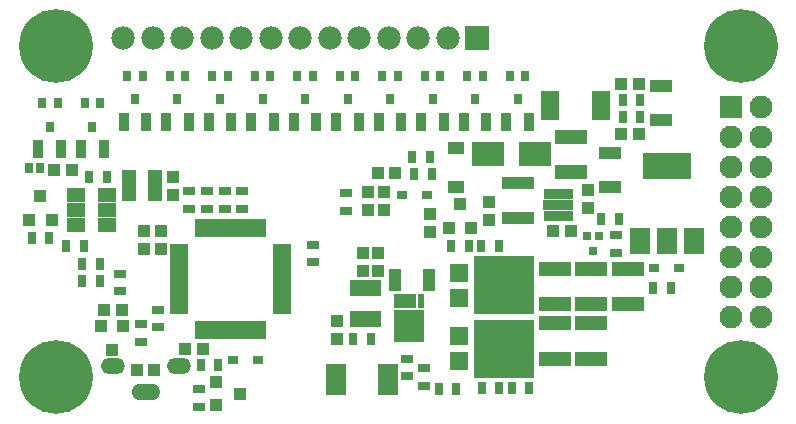
<source format=gbs>
%TF.GenerationSoftware,KiCad,Pcbnew,4.0.7*%
%TF.CreationDate,2018-05-06T22:33:30+03:00*%
%TF.ProjectId,FlexiBMS,466C657869424D532E6B696361645F70,rev?*%
%TF.FileFunction,Soldermask,Bot*%
%FSLAX46Y46*%
G04 Gerber Fmt 4.6, Leading zero omitted, Abs format (unit mm)*
G04 Created by KiCad (PCBNEW 4.0.7) date 05/06/18 22:33:30*
%MOMM*%
%LPD*%
G01*
G04 APERTURE LIST*
%ADD10C,0.100000*%
%ADD11C,6.240000*%
%ADD12R,1.990000X1.990000*%
%ADD13C,1.990000*%
%ADD14R,1.040000X0.990000*%
%ADD15R,0.990000X1.040000*%
%ADD16R,0.840000X0.690000*%
%ADD17R,1.440000X1.140000*%
%ADD18R,1.510000X1.640000*%
%ADD19R,5.040000X4.960000*%
%ADD20R,1.940000X1.140000*%
%ADD21R,2.740000X1.140000*%
%ADD22R,4.040000X2.240000*%
%ADD23R,1.740000X2.240000*%
%ADD24R,0.640000X0.750000*%
%ADD25R,1.040000X1.140000*%
%ADD26R,1.140000X1.040000*%
%ADD27R,0.690000X0.940000*%
%ADD28R,1.140000X0.740000*%
%ADD29R,0.740000X1.140000*%
%ADD30R,1.140000X1.940000*%
%ADD31R,1.540000X0.490000*%
%ADD32R,0.490000X1.540000*%
%ADD33R,0.490000X0.940000*%
%ADD34R,1.440000X0.880000*%
%ADD35R,1.640000X0.540000*%
%ADD36R,0.640000X1.460000*%
%ADD37R,1.690000X0.690000*%
%ADD38R,2.540000X2.740000*%
%ADD39R,1.880000X1.240000*%
%ADD40R,0.590000X1.240000*%
%ADD41R,0.940000X1.540000*%
%ADD42R,1.940000X1.940000*%
%ADD43O,1.940000X1.940000*%
%ADD44R,2.740000X1.240000*%
%ADD45R,2.740000X2.040000*%
%ADD46R,0.640000X0.840000*%
%ADD47R,1.300000X0.640000*%
%ADD48O,2.040000X1.340000*%
%ADD49O,2.440000X1.340000*%
%ADD50R,1.510000X1.210000*%
G04 APERTURE END LIST*
D10*
D11*
X201500000Y-81500000D03*
X201500000Y-53500000D03*
X143500000Y-81500000D03*
D12*
X179200000Y-52800000D03*
D13*
X176700000Y-52800000D03*
X174200000Y-52800000D03*
X171700000Y-52800000D03*
X169200000Y-52800000D03*
X166700000Y-52800000D03*
X164200000Y-52800000D03*
X161700000Y-52800000D03*
X159200000Y-52800000D03*
X156700000Y-52800000D03*
X154200000Y-52800000D03*
X151700000Y-52800000D03*
X149200000Y-52800000D03*
D14*
X151850000Y-80900000D03*
X150350000Y-80900000D03*
X147600000Y-75800000D03*
X149100000Y-75800000D03*
X155950000Y-79100000D03*
X154450000Y-79100000D03*
D15*
X152400000Y-70650000D03*
X152400000Y-69150000D03*
X151000000Y-70650000D03*
X151000000Y-69150000D03*
X171300000Y-65850000D03*
X171300000Y-67350000D03*
X169900000Y-65850000D03*
X169900000Y-67350000D03*
D14*
X172250000Y-64200000D03*
X170750000Y-64200000D03*
D15*
X188550000Y-67150000D03*
X188550000Y-65650000D03*
D14*
X185600000Y-69100000D03*
X187100000Y-69100000D03*
X191350000Y-56650000D03*
X192850000Y-56650000D03*
X192850000Y-60900000D03*
X191350000Y-60900000D03*
D15*
X167300000Y-78250000D03*
X167300000Y-76750000D03*
X169500000Y-71000000D03*
X169500000Y-72500000D03*
X170800000Y-71000000D03*
X170800000Y-72500000D03*
D16*
X194150000Y-72250000D03*
X196250000Y-72250000D03*
D17*
X177400000Y-62150000D03*
X177400000Y-65450000D03*
D18*
X177650000Y-78060000D03*
D19*
X181450000Y-79100000D03*
D18*
X177650000Y-80140000D03*
X177650000Y-72710000D03*
D19*
X181450000Y-73750000D03*
D18*
X177650000Y-74790000D03*
D20*
X190400000Y-65400000D03*
X190400000Y-62500000D03*
D21*
X182650000Y-68000000D03*
X182650000Y-65100000D03*
D22*
X195250000Y-63650000D03*
D23*
X195250000Y-69950000D03*
X192950000Y-69950000D03*
X197550000Y-69950000D03*
D24*
X188500000Y-69550000D03*
X189500000Y-69550000D03*
X189000000Y-70850000D03*
D25*
X143150000Y-68200000D03*
X141250000Y-68200000D03*
X142200000Y-66200000D03*
D26*
X157100000Y-83850000D03*
X157100000Y-81950000D03*
X159100000Y-82900000D03*
D27*
X181950000Y-56000000D03*
X183250000Y-56000000D03*
X182600000Y-58000000D03*
X178350000Y-56000000D03*
X179650000Y-56000000D03*
X179000000Y-58000000D03*
X174750000Y-56000000D03*
X176050000Y-56000000D03*
X175400000Y-58000000D03*
X171150000Y-56000000D03*
X172450000Y-56000000D03*
X171800000Y-58000000D03*
X167550000Y-56000000D03*
X168850000Y-56000000D03*
X168200000Y-58000000D03*
X163950000Y-56000000D03*
X165250000Y-56000000D03*
X164600000Y-58000000D03*
X160350000Y-56000000D03*
X161650000Y-56000000D03*
X161000000Y-58000000D03*
X156750000Y-56000000D03*
X158050000Y-56000000D03*
X157400000Y-58000000D03*
X153150000Y-56000000D03*
X154450000Y-56000000D03*
X153800000Y-58000000D03*
X149550000Y-56000000D03*
X150850000Y-56000000D03*
X150200000Y-58000000D03*
X145950000Y-58300000D03*
X147250000Y-58300000D03*
X146600000Y-60300000D03*
X142350000Y-58300000D03*
X143650000Y-58300000D03*
X143000000Y-60300000D03*
D28*
X190900000Y-71000000D03*
X190900000Y-69500000D03*
D29*
X191150000Y-68150000D03*
X189650000Y-68150000D03*
X195600000Y-73950000D03*
X194100000Y-73950000D03*
X181000000Y-70400000D03*
X179500000Y-70400000D03*
X178450000Y-70400000D03*
X176950000Y-70400000D03*
X183600000Y-82450000D03*
X182100000Y-82450000D03*
X181050000Y-82450000D03*
X179550000Y-82450000D03*
X142950000Y-69700000D03*
X141450000Y-69700000D03*
X145900000Y-70400000D03*
X144400000Y-70400000D03*
D28*
X155600000Y-82500000D03*
X155600000Y-84000000D03*
X150700000Y-78500000D03*
X150700000Y-77000000D03*
D29*
X157250000Y-80450000D03*
X155750000Y-80450000D03*
X175350000Y-64300000D03*
X173850000Y-64300000D03*
D28*
X156300000Y-65750000D03*
X156300000Y-67250000D03*
X159300000Y-65750000D03*
X159300000Y-67250000D03*
X157800000Y-65750000D03*
X157800000Y-67250000D03*
X154800000Y-65750000D03*
X154800000Y-67250000D03*
D29*
X175150000Y-62900000D03*
X173650000Y-62900000D03*
X193000000Y-58050000D03*
X191500000Y-58050000D03*
X193000000Y-59500000D03*
X191500000Y-59500000D03*
D20*
X194700000Y-56850000D03*
X194700000Y-59750000D03*
D29*
X170150000Y-78250000D03*
X168650000Y-78250000D03*
D30*
X172200000Y-73250000D03*
X175100000Y-73250000D03*
D28*
X174650000Y-80750000D03*
X174650000Y-82250000D03*
D29*
X175900000Y-82500000D03*
X177400000Y-82500000D03*
D28*
X173200000Y-81450000D03*
X173200000Y-79950000D03*
D25*
X147300000Y-77200000D03*
X149200000Y-77200000D03*
X148250000Y-79200000D03*
D31*
X162650000Y-70450000D03*
X162650000Y-70950000D03*
X162650000Y-71450000D03*
X162650000Y-71950000D03*
X162650000Y-72450000D03*
X162650000Y-72950000D03*
X162650000Y-73450000D03*
X162650000Y-73950000D03*
X162650000Y-74450000D03*
X162650000Y-74950000D03*
X162650000Y-75450000D03*
X162650000Y-75950000D03*
D32*
X161050000Y-77550000D03*
X160550000Y-77550000D03*
X160050000Y-77550000D03*
X159550000Y-77550000D03*
X159050000Y-77550000D03*
X158550000Y-77550000D03*
X158050000Y-77550000D03*
X157550000Y-77550000D03*
X157050000Y-77550000D03*
X156550000Y-77550000D03*
X156050000Y-77550000D03*
X155550000Y-77550000D03*
D31*
X153950000Y-75950000D03*
X153950000Y-75450000D03*
X153950000Y-74950000D03*
X153950000Y-74450000D03*
X153950000Y-73950000D03*
X153950000Y-73450000D03*
X153950000Y-72950000D03*
X153950000Y-72450000D03*
X153950000Y-71950000D03*
X153950000Y-71450000D03*
X153950000Y-70950000D03*
X153950000Y-70450000D03*
D32*
X155550000Y-68850000D03*
X156050000Y-68850000D03*
X156550000Y-68850000D03*
X157050000Y-68850000D03*
X157550000Y-68850000D03*
X158050000Y-68850000D03*
X158550000Y-68850000D03*
X159050000Y-68850000D03*
X159550000Y-68850000D03*
X160050000Y-68850000D03*
X160550000Y-68850000D03*
X161050000Y-68850000D03*
D33*
X185050000Y-65975000D03*
X185550000Y-65975000D03*
X186050000Y-65975000D03*
X186550000Y-65975000D03*
X187050000Y-65975000D03*
X187050000Y-67825000D03*
X186550000Y-67825000D03*
X186050000Y-67825000D03*
X185550000Y-67825000D03*
X185050000Y-67825000D03*
D34*
X186650000Y-66900000D03*
X185450000Y-66900000D03*
D35*
X185300000Y-59500000D03*
X185300000Y-59000000D03*
X185300000Y-58500000D03*
X185300000Y-58000000D03*
X185300000Y-57500000D03*
X189700000Y-57500000D03*
X189700000Y-58000000D03*
X189700000Y-58500000D03*
X189700000Y-59000000D03*
X189700000Y-59500000D03*
D36*
X170700000Y-76620000D03*
X170060000Y-76620000D03*
X169400000Y-76620000D03*
X168760000Y-76620000D03*
X168760000Y-74000000D03*
X169400000Y-74000000D03*
X170060000Y-74000000D03*
X170700000Y-74000000D03*
D37*
X167200000Y-82675000D03*
X167200000Y-82025000D03*
X167200000Y-81375000D03*
X167200000Y-80725000D03*
X171600000Y-80725000D03*
X171600000Y-81375000D03*
X171600000Y-82025000D03*
X171600000Y-82675000D03*
D38*
X173425000Y-77200000D03*
D39*
X173100000Y-75050000D03*
D40*
X174400000Y-75050000D03*
D41*
X181650000Y-59900000D03*
X183550000Y-59900000D03*
X178050000Y-59900000D03*
X179950000Y-59900000D03*
X174450000Y-59900000D03*
X176350000Y-59900000D03*
X170850000Y-59900000D03*
X172750000Y-59900000D03*
X167250000Y-59900000D03*
X169150000Y-59900000D03*
X163650000Y-59900000D03*
X165550000Y-59900000D03*
X160050000Y-59900000D03*
X161950000Y-59900000D03*
X156450000Y-59900000D03*
X158350000Y-59900000D03*
X152850000Y-59900000D03*
X154750000Y-59900000D03*
X149250000Y-59900000D03*
X151150000Y-59900000D03*
X145650000Y-62200000D03*
X147550000Y-62200000D03*
X142000000Y-62200000D03*
X143900000Y-62200000D03*
D29*
X145750000Y-71900000D03*
X147250000Y-71900000D03*
D28*
X148900000Y-72750000D03*
X148900000Y-74250000D03*
X165250000Y-71800000D03*
X165250000Y-70300000D03*
D16*
X174900000Y-66050000D03*
X172800000Y-66050000D03*
D28*
X152150000Y-77300000D03*
X152150000Y-75800000D03*
D42*
X200660000Y-58640000D03*
D43*
X203200000Y-58640000D03*
X200660000Y-61180000D03*
X203200000Y-61180000D03*
X200660000Y-63720000D03*
X203200000Y-63720000D03*
X200660000Y-66260000D03*
X203200000Y-66260000D03*
X200660000Y-68800000D03*
X203200000Y-68800000D03*
X200660000Y-71340000D03*
X203200000Y-71340000D03*
X200660000Y-73880000D03*
X203200000Y-73880000D03*
X200660000Y-76420000D03*
X203200000Y-76420000D03*
D14*
X144850000Y-64000000D03*
X143350000Y-64000000D03*
D28*
X168100000Y-67450000D03*
X168100000Y-65950000D03*
D44*
X185750000Y-79950000D03*
X185750000Y-76950000D03*
X188850000Y-79950000D03*
X188850000Y-76950000D03*
X187150000Y-64150000D03*
X187150000Y-61150000D03*
D15*
X153400000Y-64550000D03*
X153400000Y-66050000D03*
X180200000Y-68200000D03*
X180200000Y-66700000D03*
X175200000Y-67700000D03*
X175200000Y-69200000D03*
D44*
X185750000Y-72350000D03*
X185750000Y-75350000D03*
X188850000Y-72350000D03*
X188850000Y-75350000D03*
X191950000Y-72350000D03*
X191950000Y-75350000D03*
D45*
X184050000Y-62600000D03*
X180050000Y-62600000D03*
D46*
X142150000Y-63800000D03*
X141250000Y-63800000D03*
D47*
X151900000Y-64320000D03*
X151900000Y-64970000D03*
X151900000Y-65630000D03*
X151900000Y-66280000D03*
X149700000Y-66280000D03*
X149700000Y-65630000D03*
X149700000Y-64970000D03*
X149700000Y-64320000D03*
D25*
X178650000Y-68850000D03*
X176750000Y-68850000D03*
X177700000Y-66850000D03*
D48*
X148300000Y-80600000D03*
X153900000Y-80600000D03*
D49*
X151100000Y-82750000D03*
D11*
X143500000Y-53500000D03*
D50*
X145200000Y-68670000D03*
X145200000Y-67400000D03*
X145200000Y-66130000D03*
X147800000Y-68670000D03*
X147800000Y-67400000D03*
X147800000Y-66130000D03*
D29*
X146300000Y-64600000D03*
X147800000Y-64600000D03*
X145750000Y-73400000D03*
X147250000Y-73400000D03*
D16*
X160600000Y-80100000D03*
X158500000Y-80100000D03*
M02*

</source>
